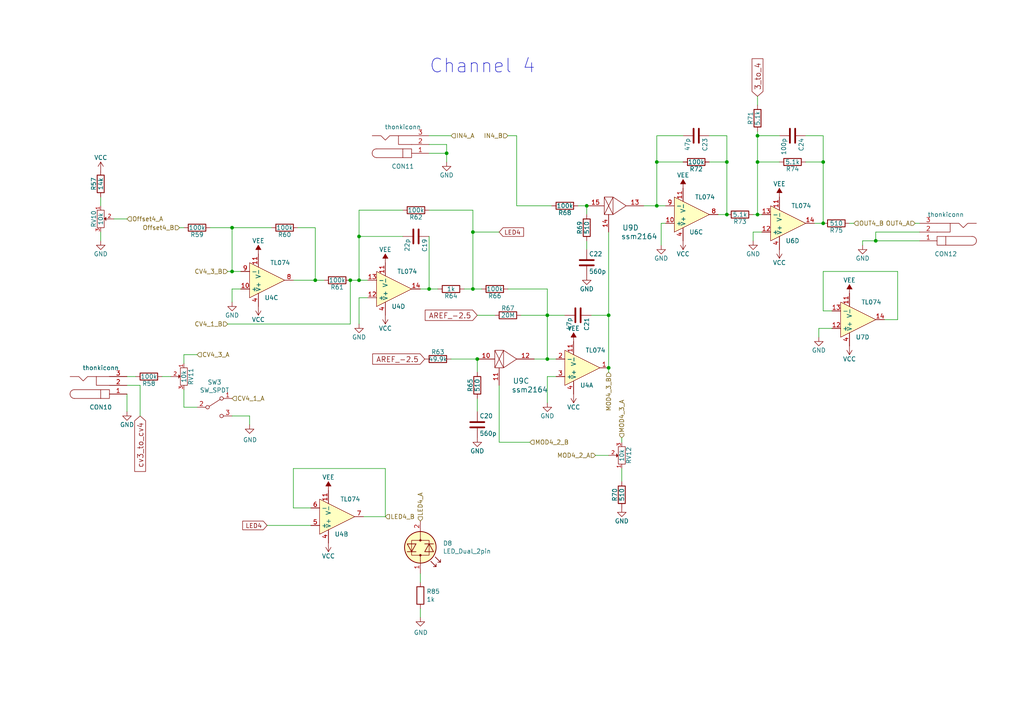
<source format=kicad_sch>
(kicad_sch (version 20211123) (generator eeschema)
  (paper "A4")
  (title_block (title "Tetra VCA") (date "2021-07-21") (rev "1") (company "SOLI.SYNTH") (comment 1 "www.solisynth.com"))
  (lib_symbols
    (symbol "Device:C" (pin_numbers hide) (pin_names (offset 0.254))
      (property "Reference" "C" (at 0.635 2.54 0))
      (property "Value" "C" (at 0.635 -2.54 0))
      (symbol "C_0_1"
        (polyline (pts (xy -2.032 -0.762) (xy 2.032 -0.762)) (stroke (width 0.508)))
        (polyline (pts (xy -2.032 0.762) (xy 2.032 0.762)) (stroke (width 0.508)))
      )
      (symbol "C_1_1"
        (pin passive line (at 0 3.81 270) (length 2.794) (name "~") (number "1"))
        (pin passive line (at 0 -3.81 90) (length 2.794) (name "~") (number "2"))
      )
    )
    (symbol "Device:R" (pin_numbers hide) (pin_names (offset 0))
      (property "Reference" "R" (at 2.032 0 90))
      (property "Value" "R" (at 0 0 90))
      (symbol "R_0_1"
        (rectangle (start -1.016 -2.54) (end 1.016 2.54) (stroke (width 0.254)))
      )
      (symbol "R_1_1"
        (pin passive line (at 0 3.81 270) (length 1.27) (name "~") (number "1"))
        (pin passive line (at 0 -3.81 90) (length 1.27) (name "~") (number "2"))
      )
    )
    (symbol "TetraVCA-rescue:LED_Dual_2pin-Device" (pin_names (offset 0) hide)
      (property "Reference" "D" (at 0 5.715 0))
      (property "Value" "LED_Dual_2pin-Device" (at 0 -6.35 0))
      (symbol "LED_Dual_2pin-Device_0_1"
        (circle (center -2.032 0) (radius 0.254) (fill (type outline)))
        (polyline (pts (xy -4.572 0) (xy -2.54 0)))
        (polyline (pts (xy -2.032 0) (xy -2.54 0)))
        (polyline (pts (xy -1.016 3.81) (xy -1.016 1.27)) (stroke (width 0.2032)))
        (polyline (pts (xy 1.27 -1.27) (xy 1.27 -3.81)) (stroke (width 0.2032)))
        (polyline (pts (xy 4.064 0) (xy 2.286 0)) (fill (type outline)))
        (polyline (pts (xy 4.318 5.842) (xy 4.318 5.08)) (stroke (width 0.2032)))
        (polyline (pts (xy 5.588 4.572) (xy 5.588 3.81)) (stroke (width 0.2032)))
        (polyline (pts (xy 2.794 4.318) (xy 4.318 5.842) (xy 3.556 5.842)) (stroke (width 0.2032)))
        (polyline (pts (xy 4.064 3.048) (xy 5.588 4.572) (xy 4.826 4.572)) (stroke (width 0.2032)))
        (polyline (pts (xy -1.016 -1.27) (xy -1.016 -3.81) (xy 1.27 -2.54) (xy -1.016 -1.27)) (stroke (width 0.2032)))
        (polyline (pts (xy 1.27 3.81) (xy 1.27 1.27) (xy -1.016 2.54) (xy 1.27 3.81)) (stroke (width 0.2032)))
        (polyline (pts (xy 2.286 2.54) (xy -2.032 2.54) (xy -2.032 -2.54) (xy 2.286 -2.54) (xy 2.286 2.54)))
        (circle (center 0 0) (radius 4.572) (stroke (width 0.254)) (fill (type background)))
        (circle (center 2.286 0) (radius 0.254) (fill (type outline)))
      )
      (symbol "LED_Dual_2pin-Device_1_1"
        (pin input line (at 7.62 0 180) (length 3.81) (name "KA") (number "1"))
        (pin input line (at -7.62 0 0) (length 3.048) (name "AK") (number "2"))
      )
    )
    (symbol "TetraVCA-rescue:SW_SPDT-Switch" (pin_names (offset 0) hide)
      (property "Reference" "SW" (at 0 4.318 0))
      (property "Value" "SW_SPDT-Switch" (at 0 -5.08 0))
      (symbol "SW_SPDT-Switch_0_0"
        (circle (center -2.032 0) (radius 0.508))
        (circle (center 2.032 -2.54) (radius 0.508))
      )
      (symbol "SW_SPDT-Switch_0_1"
        (polyline (pts (xy -1.524 0.254) (xy 1.651 2.286)))
        (circle (center 2.032 2.54) (radius 0.508))
      )
      (symbol "SW_SPDT-Switch_1_1"
        (pin passive line (at 5.08 2.54 180) (length 2.54) (name "A") (number "1"))
        (pin passive line (at -5.08 0 0) (length 2.54) (name "B") (number "2"))
        (pin passive line (at 5.08 -2.54 180) (length 2.54) (name "C") (number "3"))
      )
    )
    (symbol "TetraVCA_3_0-rescue:POT-tetraVCA-rescue-TetraVCA_2.0-rescue" (pin_names (offset 1.016) hide)
      (property "Reference" "RV" (at 0 -2.032 0))
      (property "Value" "POT-tetraVCA-rescue-TetraVCA_2.0-rescue" (at 0 0 0))
      (symbol "POT-tetraVCA-rescue-TetraVCA_2.0-rescue_0_1"
        (rectangle (start -2.54 1.016) (end 2.54 -1.016))
        (polyline (pts (xy 0 1.016) (xy -0.508 1.524) (xy 0.508 1.524)) (fill (type outline)))
      )
      (symbol "POT-tetraVCA-rescue-TetraVCA_2.0-rescue_1_1"
        (pin passive line (at -3.81 0 0) (length 1.27) (name "1") (number "1"))
        (pin passive line (at 0 3.81 270) (length 2.54) (name "2") (number "2"))
        (pin passive line (at 3.81 0 180) (length 1.27) (name "3") (number "3"))
      )
    )
    (symbol "TetraVCA_3_0-rescue:TL074-tetraVCA-rescue-TetraVCA_2.0-rescue"
      (property "Reference" "U" (at 1.27 5.08 0))
      (property "Value" "TL074-tetraVCA-rescue-TetraVCA_2.0-rescue" (at 3.81 -5.08 0))
      (symbol "TL074-tetraVCA-rescue-TetraVCA_2.0-rescue_0_1"
        (polyline (pts (xy -5.08 5.08) (xy 5.08 0) (xy -5.08 -5.08) (xy -5.08 5.08)) (stroke (width 0.1524)) (fill (type background)))
        (pin power_in line (at -2.54 -7.62 90) (length 3.81) (name "V-") (number "11"))
        (pin power_in line (at -2.54 7.62 270) (length 3.81) (name "V+") (number "4"))
      )
      (symbol "TL074-tetraVCA-rescue-TetraVCA_2.0-rescue_1_1"
        (pin output line (at 7.62 0 180) (length 2.54) (name "~") (number "1"))
        (pin input line (at -7.62 -2.54 0) (length 2.54) (name "-") (number "2"))
        (pin input line (at -7.62 2.54 0) (length 2.54) (name "+") (number "3"))
      )
      (symbol "TL074-tetraVCA-rescue-TetraVCA_2.0-rescue_2_1"
        (pin input line (at -7.62 2.54 0) (length 2.54) (name "+") (number "5"))
        (pin input line (at -7.62 -2.54 0) (length 2.54) (name "-") (number "6"))
        (pin output line (at 7.62 0 180) (length 2.54) (name "~") (number "7"))
      )
      (symbol "TL074-tetraVCA-rescue-TetraVCA_2.0-rescue_3_1"
        (pin input line (at -7.62 2.54 0) (length 2.54) (name "+") (number "10"))
        (pin output line (at 7.62 0 180) (length 2.54) (name "~") (number "8"))
        (pin input line (at -7.62 -2.54 0) (length 2.54) (name "-") (number "9"))
      )
      (symbol "TL074-tetraVCA-rescue-TetraVCA_2.0-rescue_4_1"
        (pin input line (at -7.62 2.54 0) (length 2.54) (name "+") (number "12"))
        (pin input line (at -7.62 -2.54 0) (length 2.54) (name "-") (number "13"))
        (pin output line (at 7.62 0 180) (length 2.54) (name "~") (number "14"))
      )
    )
    (symbol "TetraVCA_3_0-rescue:ssm2164-tetraVCA-rescue-TetraVCA_2.0-rescue" (pin_names (offset 1.016))
      (property "Reference" "U" (at 6.35 -6.35 0))
      (property "Value" "ssm2164-tetraVCA-rescue-TetraVCA_2.0-rescue" (at 8.89 -8.89 0))
      (symbol "ssm2164-tetraVCA-rescue-TetraVCA_2.0-rescue_1_1"
        (polyline (pts (xy -1.27 2.54) (xy -1.27 -2.54) (xy 1.27 -2.54) (xy 5.08 0) (xy 1.27 2.54) (xy 1.27 -2.54) (xy -1.27 2.54) (xy 1.27 2.54) (xy -1.27 -2.54)))
        (pin input line (at -6.35 0 0) (length 5.08) (name "~") (number "2"))
        (pin input line (at 0 -7.62 90) (length 5.08) (name "~") (number "3"))
        (pin input line (at 10.16 0 180) (length 5.08) (name "~") (number "4"))
      )
      (symbol "ssm2164-tetraVCA-rescue-TetraVCA_2.0-rescue_2_1"
        (polyline (pts (xy -1.27 2.54) (xy -1.27 -2.54) (xy 1.27 -2.54) (xy 5.08 0) (xy 1.27 2.54) (xy 1.27 -2.54) (xy -1.27 2.54) (xy 1.27 2.54) (xy -1.27 -2.54)))
        (pin input line (at 10.16 0 180) (length 5.08) (name "~") (number "5"))
        (pin input line (at 0 -7.62 90) (length 5.08) (name "~") (number "6"))
        (pin input line (at -6.35 0 0) (length 5.08) (name "~") (number "7"))
      )
      (symbol "ssm2164-tetraVCA-rescue-TetraVCA_2.0-rescue_3_1"
        (polyline (pts (xy -1.27 2.54) (xy -1.27 -2.54) (xy 1.27 -2.54) (xy 5.08 0) (xy 1.27 2.54) (xy 1.27 -2.54) (xy -1.27 2.54) (xy 1.27 2.54) (xy -1.27 -2.54)))
        (pin input line (at -6.35 0 0) (length 5.08) (name "~") (number "10"))
        (pin input line (at 0 -7.62 90) (length 5.08) (name "~") (number "11"))
        (pin input line (at 10.16 0 180) (length 5.08) (name "~") (number "12"))
      )
      (symbol "ssm2164-tetraVCA-rescue-TetraVCA_2.0-rescue_4_1"
        (polyline (pts (xy -1.27 2.54) (xy -1.27 -2.54) (xy 1.27 -2.54) (xy 5.08 0) (xy 1.27 2.54) (xy 1.27 -2.54) (xy -1.27 2.54) (xy 1.27 2.54) (xy -1.27 -2.54)))
        (pin input line (at 10.16 0 180) (length 5.08) (name "~") (number "13"))
        (pin input line (at 0 -7.62 90) (length 5.08) (name "~") (number "14"))
        (pin input line (at -6.35 0 0) (length 5.08) (name "~") (number "15"))
      )
      (symbol "ssm2164-tetraVCA-rescue-TetraVCA_2.0-rescue_5_1"
        (rectangle (start 3.81 7.62) (end -3.81 -7.62))
        (pin input line (at 8.89 1.27 180) (length 5.08) (name "MODE") (number "1"))
        (pin input line (at 0 12.7 270) (length 5.08) (name "V+") (number "16"))
        (pin input line (at 8.89 -1.27 180) (length 5.08) (name "GND") (number "8"))
        (pin input line (at 0 -12.7 90) (length 5.08) (name "V-") (number "9"))
      )
    )
    (symbol "TetraVCA_3_0-rescue:thonkiconn-tetraVCA-rescue-TetraVCA_2.0-rescue" (pin_names (offset 1.016))
      (property "Reference" "CON" (at 0 6.35 0))
      (property "Value" "thonkiconn-tetraVCA-rescue-TetraVCA_2.0-rescue" (at 0 -5.08 0))
      (symbol "thonkiconn-tetraVCA-rescue-TetraVCA_2.0-rescue_0_1"
        (arc (start -8.89 2.54) (mid -8.5271 1.6254) (end -7.62 1.27))
        (arc (start -7.62 3.81) (mid -8.5088 3.4366) (end -8.89 2.54))
        (polyline (pts (xy -7.62 1.27) (xy 0 1.27)))
        (polyline (pts (xy 0 3.81) (xy -7.62 3.81)))
        (polyline (pts (xy 2.54 0) (xy -1.27 0) (xy -1.27 -2.54)))
        (polyline (pts (xy 2.54 -2.54) (xy -3.81 -2.54) (xy -5.08 -1.27) (xy -6.35 -2.54) (xy -8.89 -2.54)))
        (rectangle (start 2.54 3.81) (end 0 1.27))
      )
      (symbol "thonkiconn-tetraVCA-rescue-TetraVCA_2.0-rescue_1_1"
        (pin passive line (at 7.62 2.54 180) (length 5.08) (name "~") (number "1"))
        (pin passive line (at 7.62 0 180) (length 5.08) (name "~") (number "2"))
        (pin passive line (at 7.62 -2.54 180) (length 5.08) (name "~") (number "3"))
      )
    )
    (symbol "power:GND" (power) (pin_names (offset 0))
      (property "Value" "GND" (at 0 -3.81 0))
      (symbol "GND_0_1"
        (polyline (pts (xy 0 0) (xy 0 -1.27) (xy 1.27 -1.27) (xy 0 -2.54) (xy -1.27 -1.27) (xy 0 -1.27)))
      )
      (symbol "GND_1_1"
        (pin power_in line (at 0 0 270) (length 0) hide (name "GND") (number "1"))
      )
    )
    (symbol "power:VCC" (power) (pin_names (offset 0))
      (property "Value" "VCC" (at 0 3.81 0))
      (symbol "VCC_0_1"
        (polyline (pts (xy -0.762 1.27) (xy 0 2.54)))
        (polyline (pts (xy 0 0) (xy 0 2.54)))
        (polyline (pts (xy 0 2.54) (xy 0.762 1.27)))
      )
      (symbol "VCC_1_1"
        (pin power_in line (at 0 0 90) (length 0) hide (name "VCC") (number "1"))
      )
    )
    (symbol "power:VEE" (power) (pin_names (offset 0))
      (property "Value" "VEE" (at 0 3.81 0))
      (symbol "VEE_0_1"
        (polyline (pts (xy 0 0) (xy 0 2.54)))
        (polyline (pts (xy 0.762 1.27) (xy -0.762 1.27) (xy 0 2.54) (xy 0.762 1.27)) (fill (type outline)))
      )
      (symbol "VEE_1_1"
        (pin power_in line (at 0 0 90) (length 0) hide (name "VEE") (number "1"))
      )
    )
  )
  (junction (at 124.46 83.82))
  (junction (at 67.31 78.74))
  (junction (at 210.82 46.99))
  (junction (at 104.14 81.28))
  (junction (at 219.71 46.99))
  (junction (at 67.31 66.04))
  (junction (at 104.14 68.58))
  (junction (at 137.16 67.31))
  (junction (at 129.54 44.45))
  (junction (at 190.5 46.99))
  (junction (at 176.53 106.68))
  (junction (at 137.16 83.82))
  (junction (at 158.75 91.44))
  (junction (at 254 69.85))
  (junction (at 176.53 91.44))
  (junction (at 158.75 104.14))
  (junction (at 219.71 39.37))
  (junction (at 190.5 59.69))
  (junction (at 238.76 64.77))
  (junction (at 238.76 46.99))
  (junction (at 138.43 104.14))
  (junction (at 170.18 59.69))
  (junction (at 91.44 81.28))
  (junction (at 219.71 62.23))
  (junction (at 210.82 62.23))
  (junction (at 101.6 81.28))
  (wire (pts (xy 36.83 109.22) (xy 39.37 109.22)))
  (wire (pts (xy 151.13 91.44) (xy 158.75 91.44)))
  (wire (pts (xy 158.75 83.82) (xy 158.75 91.44)))
  (wire (pts (xy 67.31 78.74) (xy 69.85 78.74)))
  (wire (pts (xy 238.76 46.99) (xy 238.76 64.77)))
  (wire (pts (xy 147.32 39.37) (xy 149.86 39.37)))
  (wire (pts (xy 104.14 81.28) (xy 106.68 81.28)))
  (wire (pts (xy 104.14 68.58) (xy 104.14 81.28)))
  (wire (pts (xy 154.94 104.14) (xy 158.75 104.14)))
  (wire (pts (xy 129.54 41.91) (xy 129.54 44.45)))
  (wire (pts (xy 219.71 30.48) (xy 219.71 27.94)))
  (wire (pts (xy 220.98 67.31) (xy 218.44 67.31)))
  (wire (pts (xy 67.31 83.82) (xy 67.31 87.63)))
  (wire (pts (xy 241.3 95.25) (xy 237.49 95.25)))
  (wire (pts (xy 67.31 66.04) (xy 67.31 78.74)))
  (wire (pts (xy 29.21 57.15) (xy 29.21 59.69)))
  (wire (pts (xy 186.69 59.69) (xy 190.5 59.69)))
  (wire (pts (xy 137.16 67.31) (xy 137.16 83.82)))
  (wire (pts (xy 219.71 62.23) (xy 220.98 62.23)))
  (wire (pts (xy 67.31 120.65) (xy 72.39 120.65)))
  (wire (pts (xy 219.71 39.37) (xy 219.71 46.99)))
  (wire (pts (xy 36.83 114.3) (xy 36.83 119.38)))
  (wire (pts (xy 101.6 93.98) (xy 101.6 81.28)))
  (wire (pts (xy 171.45 91.44) (xy 176.53 91.44)))
  (wire (pts (xy 190.5 59.69) (xy 193.04 59.69)))
  (wire (pts (xy 53.34 102.87) (xy 53.34 105.41)))
  (wire (pts (xy 180.34 127) (xy 180.34 128.27)))
  (wire (pts (xy 167.64 59.69) (xy 170.18 59.69)))
  (wire (pts (xy 180.34 135.89) (xy 180.34 139.7)))
  (wire (pts (xy 91.44 81.28) (xy 91.44 66.04)))
  (wire (pts (xy 69.85 83.82) (xy 67.31 83.82)))
  (wire (pts (xy 238.76 78.74) (xy 260.35 78.74)))
  (wire (pts (xy 226.06 39.37) (xy 219.71 39.37)))
  (wire (pts (xy 104.14 60.96) (xy 116.84 60.96)))
  (wire (pts (xy 210.82 46.99) (xy 210.82 62.23)))
  (wire (pts (xy 57.15 102.87) (xy 53.34 102.87)))
  (wire (pts (xy 91.44 66.04) (xy 86.36 66.04)))
  (wire (pts (xy 121.92 176.53) (xy 121.92 179.07)))
  (wire (pts (xy 104.14 60.96) (xy 104.14 68.58)))
  (wire (pts (xy 121.92 83.82) (xy 124.46 83.82)))
  (wire (pts (xy 238.76 90.17) (xy 238.76 78.74)))
  (wire (pts (xy 233.68 39.37) (xy 238.76 39.37)))
  (wire (pts (xy 137.16 60.96) (xy 137.16 67.31)))
  (wire (pts (xy 33.02 63.5) (xy 36.83 63.5)))
  (wire (pts (xy 176.53 91.44) (xy 176.53 106.68)))
  (wire (pts (xy 210.82 62.23) (xy 208.28 62.23)))
  (wire (pts (xy 124.46 41.91) (xy 129.54 41.91)))
  (wire (pts (xy 124.46 39.37) (xy 130.81 39.37)))
  (wire (pts (xy 138.43 91.44) (xy 143.51 91.44)))
  (wire (pts (xy 226.06 46.99) (xy 219.71 46.99)))
  (wire (pts (xy 137.16 83.82) (xy 139.7 83.82)))
  (wire (pts (xy 144.78 67.31) (xy 137.16 67.31)))
  (wire (pts (xy 191.77 64.77) (xy 191.77 71.12)))
  (wire (pts (xy 190.5 46.99) (xy 190.5 59.69)))
  (wire (pts (xy 254 67.31) (xy 254 69.85)))
  (wire (pts (xy 158.75 104.14) (xy 161.29 104.14)))
  (wire (pts (xy 153.67 128.27) (xy 144.78 128.27)))
  (wire (pts (xy 66.04 78.74) (xy 67.31 78.74)))
  (wire (pts (xy 124.46 44.45) (xy 129.54 44.45)))
  (wire (pts (xy 265.43 64.77) (xy 266.7 64.77)))
  (wire (pts (xy 170.18 69.85) (xy 170.18 72.39)))
  (wire (pts (xy 218.44 62.23) (xy 219.71 62.23)))
  (wire (pts (xy 210.82 46.99) (xy 205.74 46.99)))
  (wire (pts (xy 149.86 59.69) (xy 149.86 39.37)))
  (wire (pts (xy 124.46 83.82) (xy 127 83.82)))
  (wire (pts (xy 210.82 39.37) (xy 210.82 46.99)))
  (wire (pts (xy 90.17 147.32) (xy 85.09 147.32)))
  (wire (pts (xy 236.22 64.77) (xy 238.76 64.77)))
  (wire (pts (xy 161.29 109.22) (xy 158.75 109.22)))
  (wire (pts (xy 104.14 86.36) (xy 104.14 93.98)))
  (wire (pts (xy 158.75 91.44) (xy 158.75 104.14)))
  (wire (pts (xy 158.75 91.44) (xy 163.83 91.44)))
  (wire (pts (xy 111.76 135.89) (xy 111.76 149.86)))
  (wire (pts (xy 238.76 46.99) (xy 233.68 46.99)))
  (wire (pts (xy 205.74 39.37) (xy 210.82 39.37)))
  (wire (pts (xy 116.84 68.58) (xy 104.14 68.58)))
  (wire (pts (xy 176.53 106.68) (xy 176.53 107.95)))
  (wire (pts (xy 158.75 109.22) (xy 158.75 116.84)))
  (wire (pts (xy 237.49 95.25) (xy 237.49 97.79)))
  (wire (pts (xy 149.86 59.69) (xy 160.02 59.69)))
  (wire (pts (xy 85.09 147.32) (xy 85.09 135.89)))
  (wire (pts (xy 101.6 81.28) (xy 104.14 81.28)))
  (wire (pts (xy 85.09 135.89) (xy 111.76 135.89)))
  (wire (pts (xy 176.53 67.31) (xy 176.53 91.44)))
  (wire (pts (xy 147.32 83.82) (xy 158.75 83.82)))
  (wire (pts (xy 198.12 39.37) (xy 190.5 39.37)))
  (wire (pts (xy 53.34 118.11) (xy 53.34 113.03)))
  (wire (pts (xy 172.72 132.08) (xy 176.53 132.08)))
  (wire (pts (xy 170.18 59.69) (xy 170.18 62.23)))
  (wire (pts (xy 124.46 60.96) (xy 137.16 60.96)))
  (wire (pts (xy 46.99 109.22) (xy 49.53 109.22)))
  (wire (pts (xy 254 69.85) (xy 250.19 69.85)))
  (wire (pts (xy 130.81 104.14) (xy 138.43 104.14)))
  (wire (pts (xy 67.31 66.04) (xy 78.74 66.04)))
  (wire (pts (xy 91.44 81.28) (xy 93.98 81.28)))
  (wire (pts (xy 111.76 149.86) (xy 105.41 149.86)))
  (wire (pts (xy 40.64 111.76) (xy 40.64 120.65)))
  (wire (pts (xy 247.65 64.77) (xy 246.38 64.77)))
  (wire (pts (xy 124.46 68.58) (xy 124.46 83.82)))
  (wire (pts (xy 254 69.85) (xy 266.7 69.85)))
  (wire (pts (xy 238.76 39.37) (xy 238.76 46.99)))
  (wire (pts (xy 60.96 66.04) (xy 67.31 66.04)))
  (wire (pts (xy 254 67.31) (xy 266.7 67.31)))
  (wire (pts (xy 250.19 69.85) (xy 250.19 71.12)))
  (wire (pts (xy 66.04 93.98) (xy 101.6 93.98)))
  (wire (pts (xy 72.39 120.65) (xy 72.39 123.19)))
  (wire (pts (xy 238.76 90.17) (xy 241.3 90.17)))
  (wire (pts (xy 190.5 39.37) (xy 190.5 46.99)))
  (wire (pts (xy 36.83 111.76) (xy 40.64 111.76)))
  (wire (pts (xy 138.43 104.14) (xy 138.43 107.95)))
  (wire (pts (xy 193.04 64.77) (xy 191.77 64.77)))
  (wire (pts (xy 260.35 92.71) (xy 256.54 92.71)))
  (wire (pts (xy 85.09 81.28) (xy 91.44 81.28)))
  (wire (pts (xy 138.43 115.57) (xy 138.43 119.38)))
  (wire (pts (xy 260.35 78.74) (xy 260.35 92.71)))
  (wire (pts (xy 134.62 83.82) (xy 137.16 83.82)))
  (wire (pts (xy 106.68 86.36) (xy 104.14 86.36)))
  (wire (pts (xy 129.54 44.45) (xy 129.54 46.99)))
  (wire (pts (xy 52.07 66.04) (xy 53.34 66.04)))
  (wire (pts (xy 219.71 38.1) (xy 219.71 39.37)))
  (wire (pts (xy 218.44 67.31) (xy 218.44 69.85)))
  (wire (pts (xy 219.71 46.99) (xy 219.71 62.23)))
  (wire (pts (xy 90.17 152.4) (xy 77.47 152.4)))
  (wire (pts (xy 57.15 118.11) (xy 53.34 118.11)))
  (wire (pts (xy 29.21 67.31) (xy 29.21 69.85)))
  (wire (pts (xy 144.78 111.76) (xy 144.78 128.27)))
  (wire (pts (xy 198.12 46.99) (xy 190.5 46.99)))
  (wire (pts (xy 121.92 166.37) (xy 121.92 168.91)))
  (text "Channel 4" (at 124.46 21.59 0) (effects (font (size 3.9878 3.9878)) (justify left bottom)))
  (global_label "LED4" (shape input) (at 77.47 152.4 180) (property "Intersheet References" "${INTERSHEET_REFS}" (effects hide)))
  (global_label "cv3_to_cv4" (shape input) (at 40.64 120.65 270) (effects (font (size 1.6002 1.6002))) (property "Intersheet References" "${INTERSHEET_REFS}" (effects hide)))
  (global_label "AREF_-2.5" (shape input) (at 138.43 91.44 180) (effects (font (size 1.524 1.524))) (property "Intersheet References" "${INTERSHEET_REFS}" (effects hide)))
  (global_label "LED4" (shape input) (at 144.78 67.31 0) (property "Intersheet References" "${INTERSHEET_REFS}" (effects hide)))
  (global_label "AREF_-2.5" (shape input) (at 123.19 104.14 180) (effects (font (size 1.524 1.524))) (property "Intersheet References" "${INTERSHEET_REFS}" (effects hide)))
  (global_label "3_to_4" (shape input) (at 219.71 27.94 90) (effects (font (size 1.6002 1.6002))) (property "Intersheet References" "${INTERSHEET_REFS}" (effects hide)))
  (hierarchical_label "CV4_3_A" (shape input) (at 57.15 102.87 0))
  (hierarchical_label "MOD4_2_B" (shape input) (at 153.67 128.27 0))
  (hierarchical_label "LED4_B" (shape input) (at 111.76 149.86 0))
  (hierarchical_label "MOD4_3_B" (shape input) (at 176.53 107.95 270))
  (hierarchical_label "OUT4_B" (shape input) (at 247.65 64.77 0))
  (hierarchical_label "Offset4_A" (shape input) (at 36.83 63.5 0))
  (hierarchical_label "MOD4_2_A" (shape input) (at 172.72 132.08 180))
  (hierarchical_label "IN4_A" (shape input) (at 130.81 39.37 0))
  (hierarchical_label "LED4_A" (shape input) (at 121.92 151.13 90))
  (hierarchical_label "CV4_3_B" (shape input) (at 66.04 78.74 180))
  (hierarchical_label "IN4_B" (shape input) (at 147.32 39.37 180))
  (hierarchical_label "Offset4_B" (shape input) (at 52.07 66.04 180))
  (hierarchical_label "CV4_1_A" (shape input) (at 67.31 115.57 0))
  (hierarchical_label "MOD4_3_A" (shape input) (at 180.34 127 90))
  (hierarchical_label "OUT4_A" (shape input) (at 265.43 64.77 180))
  (hierarchical_label "CV4_1_B" (shape input) (at 66.04 93.98 180))
  (symbol (lib_id "TetraVCA_3_0-rescue:ssm2164-tetraVCA-rescue-TetraVCA_2.0-rescue") (at 144.78 104.14 0) (unit 3)
    (property "Reference" "U9" (at 151.13 110.49 0) (effects (font (size 1.524 1.524))))
    (property "Value" "ssm2164" (at 153.67 113.03 0) (effects (font (size 1.524 1.524))))
    (property "Footprint" "Package_SO:SOIC-16_3.9x9.9mm_P1.27mm" (effects hide))
    (property "MFN" "cool audio" (effects hide))
    (property "MPN" "SSM2164" (effects hide))
  )
  (symbol (lib_id "TetraVCA_3_0-rescue:ssm2164-tetraVCA-rescue-TetraVCA_2.0-rescue") (at 176.53 59.69 0) (unit 4)
    (property "Reference" "U9" (at 182.88 66.04 0) (effects (font (size 1.524 1.524))))
    (property "Value" "ssm2164" (at 185.42 68.58 0) (effects (font (size 1.524 1.524))))
    (property "Footprint" "Package_SO:SOIC-16_3.9x9.9mm_P1.27mm" (effects hide))
    (property "MFN" "cool audio" (effects hide))
    (property "MPN" "SSM2164" (effects hide))
  )
  (symbol (lib_id "Device:R") (at 163.83 59.69 270) (unit 1)
    (property "Reference" "R68" (at 163.83 61.722 90))
    (property "Value" "100k" (at 163.83 59.69 90))
    (property "Footprint" "Resistor_SMD:R_0603_1608Metric_Pad1.05x0.95mm_HandSolder" (effects hide))
  )
  (symbol (lib_id "Device:R") (at 170.18 66.04 180) (unit 1)
    (property "Reference" "R69" (at 168.148 66.04 90))
    (property "Value" "510" (at 170.18 66.04 90))
    (property "Footprint" "Resistor_SMD:R_0603_1608Metric_Pad1.05x0.95mm_HandSolder" (effects hide))
  )
  (symbol (lib_id "Device:C") (at 170.18 76.2 0) (unit 1)
    (property "Reference" "C22" (at 170.815 73.66 0) (effects (justify left)))
    (property "Value" "560p" (at 170.815 78.74 0) (effects (justify left)))
    (property "Footprint" "Capacitor_SMD:C_0603_1608Metric_Pad1.05x0.95mm_HandSolder" (effects hide))
  )
  (symbol (lib_id "TetraVCA_3_0-rescue:TL074-tetraVCA-rescue-TetraVCA_2.0-rescue") (at 200.66 62.23 0) (mirror x) (unit 3)
    (property "Reference" "U6" (at 201.93 67.31 0))
    (property "Value" "TL074" (at 204.47 57.15 0))
    (property "Footprint" "Package_SO:SOIC-14_3.9x8.7mm_P1.27mm" (effects hide))
    (property "MFN" "Texas Instruments" (effects hide))
    (property "MPN" "TL074" (effects hide))
  )
  (symbol (lib_id "Device:R") (at 201.93 46.99 270) (unit 1)
    (property "Reference" "R72" (at 201.93 49.022 90))
    (property "Value" "100k" (at 201.93 46.99 90))
    (property "Footprint" "Resistor_SMD:R_0603_1608Metric_Pad1.05x0.95mm_HandSolder" (effects hide))
  )
  (symbol (lib_id "Device:C") (at 201.93 39.37 270) (unit 1)
    (property "Reference" "C23" (at 204.47 40.005 0) (effects (justify left)))
    (property "Value" "47p" (at 199.39 40.005 0) (effects (justify left)))
    (property "Footprint" "Capacitor_SMD:C_0603_1608Metric_Pad1.05x0.95mm_HandSolder" (effects hide))
  )
  (symbol (lib_id "power:GND") (at 191.77 71.12 0) (unit 1)
    (property "Reference" "#PWR0179" (effects hide))
    (property "Value" "GND" (at 191.77 74.93 0))
  )
  (symbol (lib_id "power:GND") (at 170.18 80.01 0) (unit 1)
    (property "Reference" "#PWR0180" (effects hide))
    (property "Value" "GND" (at 170.18 83.82 0))
  )
  (symbol (lib_id "power:VCC") (at 198.12 69.85 180) (unit 1)
    (property "Reference" "#PWR0181" (effects hide))
    (property "Value" "VCC" (at 198.12 73.66 0))
  )
  (symbol (lib_id "power:VEE") (at 198.12 54.61 0) (unit 1)
    (property "Reference" "#PWR0182" (effects hide))
    (property "Value" "VEE" (at 198.12 50.8 0))
  )
  (symbol (lib_id "TetraVCA_3_0-rescue:TL074-tetraVCA-rescue-TetraVCA_2.0-rescue") (at 168.91 106.68 0) (mirror x) (unit 1)
    (property "Reference" "U4" (at 170.18 111.76 0))
    (property "Value" "TL074" (at 172.72 101.6 0))
    (property "Footprint" "Package_SO:SOIC-14_3.9x8.7mm_P1.27mm" (effects hide))
    (property "MFN" "Texas Instruments" (effects hide))
    (property "MPN" "TL074" (effects hide))
  )
  (symbol (lib_id "power:GND") (at 158.75 116.84 0) (unit 1)
    (property "Reference" "#PWR0183" (effects hide))
    (property "Value" "GND" (at 158.75 120.65 0))
  )
  (symbol (lib_id "TetraVCA_3_0-rescue:POT-tetraVCA-rescue-TetraVCA_2.0-rescue") (at 180.34 132.08 90) (unit 1)
    (property "Reference" "RV12" (at 182.372 132.08 0))
    (property "Value" "10k" (at 180.34 132.08 0))
    (property "Footprint" "Potentiometer_THT:Potentiometer_Alps_RK09K_Single_Vertical" (effects hide))
    (property "MFN" "Bourns" (effects hide))
    (property "MPN" "PTV09A-4025U-B103" (effects hide))
  )
  (symbol (lib_id "Device:C") (at 167.64 91.44 270) (unit 1)
    (property "Reference" "C21" (at 170.18 92.075 0) (effects (justify left)))
    (property "Value" "47p" (at 165.1 92.075 0) (effects (justify left)))
    (property "Footprint" "Capacitor_SMD:C_0603_1608Metric_Pad1.05x0.95mm_HandSolder" (effects hide))
  )
  (symbol (lib_id "Device:R") (at 138.43 111.76 180) (unit 1)
    (property "Reference" "R65" (at 136.398 111.76 90))
    (property "Value" "510" (at 138.43 111.76 90))
    (property "Footprint" "Resistor_SMD:R_0603_1608Metric_Pad1.05x0.95mm_HandSolder" (effects hide))
  )
  (symbol (lib_id "Device:C") (at 138.43 123.19 0) (unit 1)
    (property "Reference" "C20" (at 139.065 120.65 0) (effects (justify left)))
    (property "Value" "560p" (at 139.065 125.73 0) (effects (justify left)))
    (property "Footprint" "Capacitor_SMD:C_0603_1608Metric_Pad1.05x0.95mm_HandSolder" (effects hide))
  )
  (symbol (lib_id "power:GND") (at 138.43 127 0) (unit 1)
    (property "Reference" "#PWR0184" (effects hide))
    (property "Value" "GND" (at 138.43 130.81 0))
  )
  (symbol (lib_id "Device:R") (at 180.34 143.51 180) (unit 1)
    (property "Reference" "R70" (at 178.308 143.51 90))
    (property "Value" "510" (at 180.34 143.51 90))
    (property "Footprint" "Resistor_SMD:R_0603_1608Metric_Pad1.05x0.95mm_HandSolder" (effects hide))
  )
  (symbol (lib_id "power:GND") (at 180.34 147.32 0) (unit 1)
    (property "Reference" "#PWR0185" (effects hide))
    (property "Value" "GND" (at 180.34 151.13 0))
  )
  (symbol (lib_id "Device:R") (at 127 104.14 90) (unit 1)
    (property "Reference" "R63" (at 127 102.108 90))
    (property "Value" "49.9k" (at 127 104.14 90))
    (property "Footprint" "Resistor_SMD:R_0603_1608Metric_Pad1.05x0.95mm_HandSolder" (effects hide))
  )
  (symbol (lib_id "TetraVCA_3_0-rescue:TL074-tetraVCA-rescue-TetraVCA_2.0-rescue") (at 228.6 64.77 0) (mirror x) (unit 4)
    (property "Reference" "U6" (at 229.87 69.85 0))
    (property "Value" "TL074" (at 232.41 59.69 0))
    (property "Footprint" "Package_SO:SOIC-14_3.9x8.7mm_P1.27mm" (effects hide))
    (property "MFN" "Texas Instruments" (effects hide))
    (property "MPN" "TL074" (effects hide))
  )
  (symbol (lib_id "Device:R") (at 214.63 62.23 270) (unit 1)
    (property "Reference" "R73" (at 214.63 64.262 90))
    (property "Value" "5.1k" (at 214.63 62.23 90))
    (property "Footprint" "Resistor_SMD:R_0603_1608Metric_Pad1.05x0.95mm_HandSolder" (effects hide))
  )
  (symbol (lib_id "Device:R") (at 229.87 46.99 270) (unit 1)
    (property "Reference" "R74" (at 229.87 49.022 90))
    (property "Value" "5.1k" (at 229.87 46.99 90))
    (property "Footprint" "Resistor_SMD:R_0603_1608Metric_Pad1.05x0.95mm_HandSolder" (effects hide))
  )
  (symbol (lib_id "Device:C") (at 229.87 39.37 270) (unit 1)
    (property "Reference" "C24" (at 232.41 40.005 0) (effects (justify left)))
    (property "Value" "100p" (at 227.33 40.005 0) (effects (justify left)))
    (property "Footprint" "Capacitor_SMD:C_0603_1608Metric_Pad1.05x0.95mm_HandSolder" (effects hide))
  )
  (symbol (lib_id "Device:R") (at 242.57 64.77 270) (unit 1)
    (property "Reference" "R75" (at 242.57 66.802 90))
    (property "Value" "510" (at 242.57 64.77 90))
    (property "Footprint" "Resistor_SMD:R_0603_1608Metric_Pad1.05x0.95mm_HandSolder" (effects hide))
  )
  (symbol (lib_id "TetraVCA_3_0-rescue:TL074-tetraVCA-rescue-TetraVCA_2.0-rescue") (at 248.92 92.71 0) (mirror x) (unit 4)
    (property "Reference" "U7" (at 250.19 97.79 0))
    (property "Value" "TL074" (at 252.73 87.63 0))
    (property "Footprint" "Package_SO:SOIC-14_3.9x8.7mm_P1.27mm" (effects hide))
    (property "MFN" "Texas Instruments" (effects hide))
    (property "MPN" "TL074" (effects hide))
  )
  (symbol (lib_id "TetraVCA_3_0-rescue:thonkiconn-tetraVCA-rescue-TetraVCA_2.0-rescue") (at 274.32 67.31 180) (unit 1)
    (property "Reference" "CON12" (at 274.32 73.66 0))
    (property "Value" "thonkiconn" (at 274.32 62.23 0))
    (property "Footprint" "MyLib:thonkiconn" (effects hide))
    (property "MFN" "Thonk.uk" (effects hide))
    (property "MPN" "PJ398SM" (effects hide))
  )
  (symbol (lib_id "power:VEE") (at 246.38 85.09 0) (unit 1)
    (property "Reference" "#PWR0186" (effects hide))
    (property "Value" "VEE" (at 246.38 81.28 0))
  )
  (symbol (lib_id "power:GND") (at 237.49 97.79 0) (unit 1)
    (property "Reference" "#PWR0187" (effects hide))
    (property "Value" "GND" (at 237.49 101.6 0))
  )
  (symbol (lib_id "power:GND") (at 250.19 71.12 0) (unit 1)
    (property "Reference" "#PWR0188" (effects hide))
    (property "Value" "GND" (at 250.19 74.93 0))
  )
  (symbol (lib_id "Device:R") (at 147.32 91.44 90) (unit 1)
    (property "Reference" "R67" (at 147.32 89.408 90))
    (property "Value" "20M" (at 147.32 91.44 90))
    (property "Footprint" "Resistor_SMD:R_0603_1608Metric_Pad1.05x0.95mm_HandSolder" (effects hide))
  )
  (symbol (lib_id "TetraVCA_3_0-rescue:TL074-tetraVCA-rescue-TetraVCA_2.0-rescue") (at 77.47 81.28 0) (mirror x) (unit 3)
    (property "Reference" "U4" (at 78.74 86.36 0))
    (property "Value" "TL074" (at 81.28 76.2 0))
    (property "Footprint" "Package_SO:SOIC-14_3.9x8.7mm_P1.27mm" (effects hide))
    (property "MFN" "Texas Instruments" (effects hide))
    (property "MPN" "TL074" (effects hide))
  )
  (symbol (lib_id "Device:R") (at 82.55 66.04 270) (unit 1)
    (property "Reference" "R60" (at 82.55 68.072 90))
    (property "Value" "100k" (at 82.55 66.04 90))
    (property "Footprint" "Resistor_SMD:R_0603_1608Metric_Pad1.05x0.95mm_HandSolder" (effects hide))
  )
  (symbol (lib_id "Device:R") (at 97.79 81.28 270) (unit 1)
    (property "Reference" "R61" (at 97.79 83.312 90))
    (property "Value" "100k" (at 97.79 81.28 90))
    (property "Footprint" "Resistor_SMD:R_0603_1608Metric_Pad1.05x0.95mm_HandSolder" (effects hide))
  )
  (symbol (lib_id "TetraVCA_3_0-rescue:TL074-tetraVCA-rescue-TetraVCA_2.0-rescue") (at 114.3 83.82 0) (mirror x) (unit 4)
    (property "Reference" "U4" (at 115.57 88.9 0))
    (property "Value" "TL074" (at 118.11 78.74 0))
    (property "Footprint" "Package_SO:SOIC-14_3.9x8.7mm_P1.27mm" (effects hide))
    (property "MFN" "Texas Instruments" (effects hide))
    (property "MPN" "TL074" (effects hide))
  )
  (symbol (lib_id "Device:R") (at 130.81 83.82 270) (unit 1)
    (property "Reference" "R64" (at 130.81 85.852 90))
    (property "Value" "1k" (at 130.81 83.82 90))
    (property "Footprint" "Resistor_SMD:R_0603_1608Metric_Pad1.05x0.95mm_HandSolder" (effects hide))
  )
  (symbol (lib_id "Device:C") (at 120.65 68.58 270) (unit 1)
    (property "Reference" "C19" (at 123.19 69.215 0) (effects (justify left)))
    (property "Value" "22p" (at 118.11 69.215 0) (effects (justify left)))
    (property "Footprint" "Capacitor_SMD:C_0603_1608Metric_Pad1.05x0.95mm_HandSolder" (effects hide))
  )
  (symbol (lib_id "Device:R") (at 120.65 60.96 270) (unit 1)
    (property "Reference" "R62" (at 120.65 62.992 90))
    (property "Value" "100k" (at 120.65 60.96 90))
    (property "Footprint" "Resistor_SMD:R_0603_1608Metric_Pad1.05x0.95mm_HandSolder" (effects hide))
  )
  (symbol (lib_id "TetraVCA_3_0-rescue:POT-tetraVCA-rescue-TetraVCA_2.0-rescue") (at 53.34 109.22 90) (mirror x) (unit 1)
    (property "Reference" "RV11" (at 55.372 109.22 0))
    (property "Value" "10k" (at 53.34 109.22 0))
    (property "Footprint" "Potentiometer_THT:Potentiometer_Alps_RK09K_Single_Vertical" (effects hide))
    (property "MFN" "Bourns" (effects hide))
    (property "MPN" "PTV09A-4025U-B103" (effects hide))
  )
  (symbol (lib_id "power:GND") (at 104.14 93.98 0) (unit 1)
    (property "Reference" "#PWR0189" (effects hide))
    (property "Value" "GND" (at 104.14 97.79 0))
  )
  (symbol (lib_id "power:GND") (at 67.31 87.63 0) (unit 1)
    (property "Reference" "#PWR0190" (effects hide))
    (property "Value" "GND" (at 67.31 91.44 0))
  )
  (symbol (lib_id "power:VEE") (at 74.93 73.66 0) (unit 1)
    (property "Reference" "#PWR0191" (effects hide))
    (property "Value" "VEE" (at 74.93 69.85 0))
  )
  (symbol (lib_id "power:VEE") (at 111.76 76.2 0) (unit 1)
    (property "Reference" "#PWR0192" (effects hide))
    (property "Value" "VEE" (at 111.76 72.39 0))
  )
  (symbol (lib_id "power:VEE") (at 166.37 99.06 0) (unit 1)
    (property "Reference" "#PWR0193" (effects hide))
    (property "Value" "VEE" (at 166.37 95.25 0))
  )
  (symbol (lib_id "power:VEE") (at 226.06 57.15 0) (unit 1)
    (property "Reference" "#PWR0194" (effects hide))
    (property "Value" "VEE" (at 226.06 53.34 0))
  )
  (symbol (lib_id "power:VCC") (at 226.06 72.39 180) (unit 1)
    (property "Reference" "#PWR0195" (effects hide))
    (property "Value" "VCC" (at 226.06 76.2 0))
  )
  (symbol (lib_id "power:VCC") (at 246.38 100.33 180) (unit 1)
    (property "Reference" "#PWR0196" (effects hide))
    (property "Value" "VCC" (at 246.38 104.14 0))
  )
  (symbol (lib_id "power:VCC") (at 166.37 114.3 180) (unit 1)
    (property "Reference" "#PWR0197" (effects hide))
    (property "Value" "VCC" (at 166.37 118.11 0))
  )
  (symbol (lib_id "power:VCC") (at 111.76 91.44 180) (unit 1)
    (property "Reference" "#PWR0198" (effects hide))
    (property "Value" "VCC" (at 111.76 95.25 0))
  )
  (symbol (lib_id "power:VCC") (at 74.93 88.9 180) (unit 1)
    (property "Reference" "#PWR0199" (effects hide))
    (property "Value" "VCC" (at 74.93 92.71 0))
  )
  (symbol (lib_id "TetraVCA_3_0-rescue:thonkiconn-tetraVCA-rescue-TetraVCA_2.0-rescue") (at 29.21 111.76 0) (mirror x) (unit 1)
    (property "Reference" "CON10" (at 29.21 118.11 0))
    (property "Value" "thonkiconn" (at 29.21 106.68 0))
    (property "Footprint" "MyLib:thonkiconn" (effects hide))
    (property "MFN" "Thonk.uk" (effects hide))
    (property "MPN" "PJ398SM" (effects hide))
  )
  (symbol (lib_id "Device:R") (at 43.18 109.22 270) (unit 1)
    (property "Reference" "R58" (at 43.18 111.252 90))
    (property "Value" "100k" (at 43.18 109.22 90))
    (property "Footprint" "Resistor_SMD:R_0603_1608Metric_Pad1.05x0.95mm_HandSolder" (effects hide))
  )
  (symbol (lib_id "TetraVCA_3_0-rescue:POT-tetraVCA-rescue-TetraVCA_2.0-rescue") (at 29.21 63.5 270) (unit 1)
    (property "Reference" "RV10" (at 27.178 63.5 0))
    (property "Value" "10k" (at 29.21 63.5 0))
    (property "Footprint" "Potentiometer_THT:Potentiometer_Alps_RK09K_Single_Vertical" (effects hide))
    (property "MPN" "RK09L1140A5E" (effects hide))
    (property "MFN" "Alps Alpine" (effects hide))
  )
  (symbol (lib_id "Device:R") (at 57.15 66.04 270) (unit 1)
    (property "Reference" "R59" (at 57.15 68.072 90))
    (property "Value" "100k" (at 57.15 66.04 90))
    (property "Footprint" "Resistor_SMD:R_0603_1608Metric_Pad1.05x0.95mm_HandSolder" (effects hide))
  )
  (symbol (lib_id "power:GND") (at 29.21 69.85 0) (unit 1)
    (property "Reference" "#PWR0200" (effects hide))
    (property "Value" "GND" (at 29.21 73.66 0))
  )
  (symbol (lib_id "Device:R") (at 29.21 53.34 180) (unit 1)
    (property "Reference" "R57" (at 27.178 53.34 90))
    (property "Value" "14k" (at 29.21 53.34 90))
    (property "Footprint" "Resistor_SMD:R_0603_1608Metric_Pad1.05x0.95mm_HandSolder" (effects hide))
  )
  (symbol (lib_id "power:VCC") (at 29.21 49.53 0) (unit 1)
    (property "Reference" "#PWR0201" (effects hide))
    (property "Value" "VCC" (at 29.21 45.72 0))
  )
  (symbol (lib_id "TetraVCA_3_0-rescue:thonkiconn-tetraVCA-rescue-TetraVCA_2.0-rescue") (at 116.84 41.91 0) (mirror x) (unit 1)
    (property "Reference" "CON11" (at 116.84 48.26 0))
    (property "Value" "thonkiconn" (at 116.84 36.83 0))
    (property "Footprint" "MyLib:thonkiconn" (effects hide))
    (property "MFN" "Thonk.uk" (effects hide))
    (property "MPN" "PJ398SM" (effects hide))
  )
  (symbol (lib_id "power:GND") (at 129.54 46.99 0) (unit 1)
    (property "Reference" "#PWR0202" (effects hide))
    (property "Value" "GND" (at 129.54 50.8 0))
  )
  (symbol (lib_id "power:GND") (at 36.83 119.38 0) (unit 1)
    (property "Reference" "#PWR0203" (effects hide))
    (property "Value" "GND" (at 36.83 123.19 0))
  )
  (symbol (lib_id "power:GND") (at 218.44 69.85 0) (unit 1)
    (property "Reference" "#PWR0204" (effects hide))
    (property "Value" "GND" (at 218.44 73.66 0))
  )
  (symbol (lib_id "Device:R") (at 219.71 34.29 180) (unit 1)
    (property "Reference" "R71" (at 217.678 34.29 90))
    (property "Value" "5.1k" (at 219.71 34.29 90))
    (property "Footprint" "Resistor_SMD:R_0603_1608Metric_Pad1.05x0.95mm_HandSolder" (effects hide))
  )
  (symbol (lib_id "Device:R") (at 143.51 83.82 270) (unit 1)
    (property "Reference" "R66" (at 143.51 85.852 90))
    (property "Value" "100k" (at 143.51 83.82 90))
    (property "Footprint" "Resistor_SMD:R_0603_1608Metric_Pad1.05x0.95mm_HandSolder" (effects hide))
  )
  (symbol (lib_id "TetraVCA-rescue:SW_SPDT-Switch") (at 62.23 118.11 0) (unit 1)
    (property "Reference" "SW3" (at 62.23 110.871 0))
    (property "Value" "SW_SPDT" (at 62.23 113.1824 0))
    (property "Footprint" "MyLib:Switch_EG1249" (effects hide))
    (property "MFN" "E-Switch" (effects hide))
    (property "MPN" "EG1248" (effects hide))
  )
  (symbol (lib_id "power:GND") (at 72.39 123.19 0) (unit 1)
    (property "Reference" "#PWR0234" (effects hide))
    (property "Value" "GND" (at 72.517 127.5842 0))
  )
  (symbol (lib_id "TetraVCA_3_0-rescue:TL074-tetraVCA-rescue-TetraVCA_2.0-rescue") (at 97.79 149.86 0) (mirror x) (unit 2)
    (property "Reference" "U4" (at 99.06 154.94 0))
    (property "Value" "TL074" (at 101.6 144.78 0))
    (property "Footprint" "Package_SO:SOIC-14_3.9x8.7mm_P1.27mm" (effects hide))
    (property "MFN" "Texas Instruments" (effects hide))
    (property "MPN" "TL074" (effects hide))
  )
  (symbol (lib_id "power:VEE") (at 95.25 142.24 0) (unit 1)
    (property "Reference" "#PWR0235" (effects hide))
    (property "Value" "VEE" (at 95.25 138.43 0))
  )
  (symbol (lib_id "power:VCC") (at 95.25 157.48 180) (unit 1)
    (property "Reference" "#PWR0236" (effects hide))
    (property "Value" "VCC" (at 95.25 161.29 0))
  )
  (symbol (lib_id "TetraVCA-rescue:LED_Dual_2pin-Device") (at 121.92 158.75 270) (unit 1)
    (property "Reference" "D8" (at 128.4732 157.5816 90) (effects (justify left)))
    (property "Value" "LED_Dual_2pin" (at 128.4732 159.893 90) (effects (justify left)))
    (property "Footprint" "LED_THT:LED_D3.0mm" (effects hide))
    (property "MFN" "Lite-On" (effects hide))
    (property "MPN" "LTL-10CHJ" (effects hide))
  )
  (symbol (lib_id "Device:R") (at 121.92 172.72 0) (unit 1)
    (property "Reference" "R85" (at 123.698 171.5516 0) (effects (justify left)))
    (property "Value" "1k" (at 123.698 173.863 0) (effects (justify left)))
    (property "Footprint" "Resistor_SMD:R_0603_1608Metric_Pad1.05x0.95mm_HandSolder" (effects hide))
  )
  (symbol (lib_id "power:GND") (at 121.92 179.07 0) (unit 1)
    (property "Reference" "#PWR0237" (effects hide))
    (property "Value" "GND" (at 122.047 183.4642 0))
  )
)
</source>
